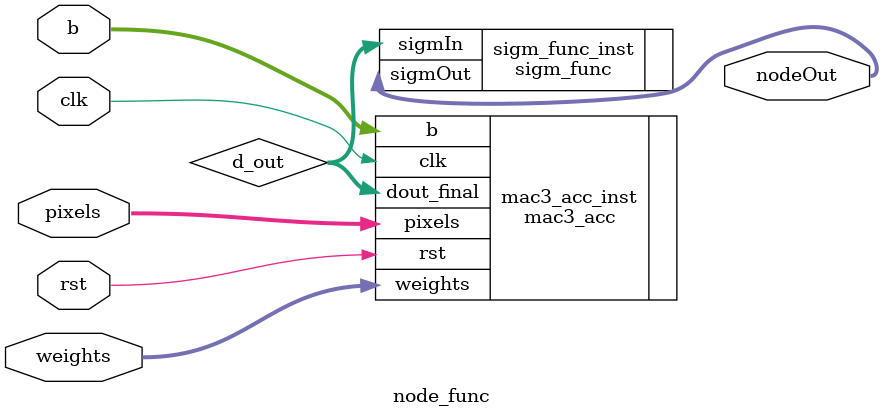
<source format=v>
`timescale 1ns / 1ps

module node_func(
    input clk,
    input rst,
    input [127:0] pixels,
    input [127:0] weights,
    input [7:0] b,
    output [7:0] nodeOut
    );
    
    wire [21:0] d_out;
    
    mac3_acc mac3_acc_inst(
        .clk        (clk),
        .rst        (rst),
        .pixels     (pixels),
        .weights    (weights),
        .b          (b),
        .dout_final (d_out)
    );
    
    sigm_func sigm_func_inst(
        .sigmIn     (d_out),
        .sigmOut    (nodeOut)
    );
        
endmodule

</source>
